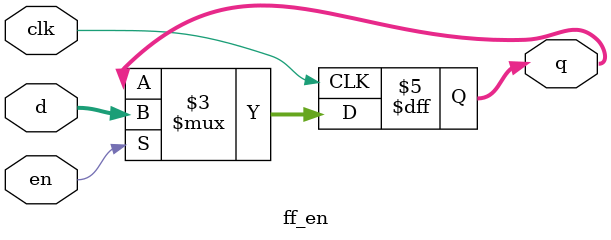
<source format=v>
module ff_en(
        input clk,en,
        input [31:0] d,
        output reg [31:0] q
    );
    always @(posedge clk) begin
        if (en) 
            q <= d;
        
        else 
            q <= q;
        
    end
	 endmodule
	 
</source>
